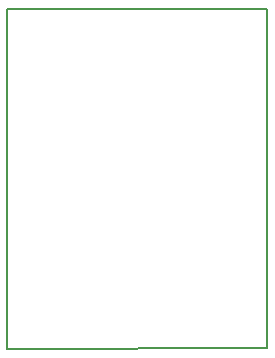
<source format=gm1>
G04 #@! TF.GenerationSoftware,KiCad,Pcbnew,8.0.4*
G04 #@! TF.CreationDate,2024-07-24T14:50:23+09:00*
G04 #@! TF.ProjectId,VR-Conditioner-MAX9926+reg,56522d43-6f6e-4646-9974-696f6e65722d,3.7*
G04 #@! TF.SameCoordinates,PX68c4118PY713e7a8*
G04 #@! TF.FileFunction,Profile,NP*
%FSLAX46Y46*%
G04 Gerber Fmt 4.6, Leading zero omitted, Abs format (unit mm)*
G04 Created by KiCad (PCBNEW 8.0.4) date 2024-07-24 14:50:23*
%MOMM*%
%LPD*%
G01*
G04 APERTURE LIST*
G04 #@! TA.AperFunction,Profile*
%ADD10C,0.150000*%
G04 #@! TD*
G04 APERTURE END LIST*
D10*
X23500000Y31250000D02*
X23500000Y2540000D01*
X23500000Y2540000D02*
X1500000Y2500000D01*
X1500000Y2500000D02*
X1500000Y31250000D01*
X23500000Y31250000D02*
X1500000Y31250000D01*
M02*

</source>
